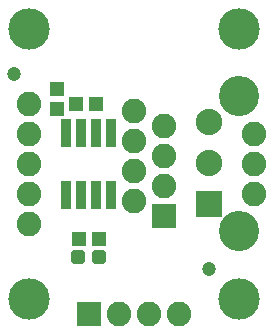
<source format=gbr>
G04 EAGLE Gerber RS-274X export*
G75*
%MOMM*%
%FSLAX34Y34*%
%LPD*%
%INSoldermask Top*%
%IPPOS*%
%AMOC8*
5,1,8,0,0,1.08239X$1,22.5*%
G01*
%ADD10R,0.812800X2.413000*%
%ADD11C,2.082800*%
%ADD12R,2.082800X2.082800*%
%ADD13C,3.403200*%
%ADD14R,2.235200X2.235200*%
%ADD15C,2.235200*%
%ADD16R,1.303200X1.203200*%
%ADD17C,0.505344*%
%ADD18R,1.203200X1.303200*%
%ADD19C,3.505200*%
%ADD20C,1.203200*%


D10*
X57150Y113538D03*
X69850Y113538D03*
X82550Y113538D03*
X95250Y113538D03*
X95250Y165862D03*
X82550Y165862D03*
X69850Y165862D03*
X57150Y165862D03*
D11*
X114300Y184150D03*
X139700Y171450D03*
X114300Y158750D03*
X114300Y133350D03*
X114300Y107950D03*
X139700Y146050D03*
X139700Y120650D03*
D12*
X139700Y95250D03*
D13*
X203200Y82550D03*
X203200Y196850D03*
D11*
X215900Y114300D03*
X215900Y139700D03*
X215900Y165100D03*
D14*
X177800Y105410D03*
D15*
X177800Y140410D03*
X177800Y175410D03*
D16*
X67700Y76200D03*
X84700Y76200D03*
D17*
X81480Y64450D02*
X81480Y57470D01*
X81480Y64450D02*
X88460Y64450D01*
X88460Y57470D01*
X81480Y57470D01*
X81480Y62270D02*
X88460Y62270D01*
X63940Y64450D02*
X63940Y57470D01*
X63940Y64450D02*
X70920Y64450D01*
X70920Y57470D01*
X63940Y57470D01*
X63940Y62270D02*
X70920Y62270D01*
D18*
X49530Y185810D03*
X49530Y202810D03*
D19*
X25400Y254000D03*
X25400Y25400D03*
X203200Y254000D03*
X203200Y25400D03*
D16*
X82160Y190500D03*
X65160Y190500D03*
D11*
X25400Y190500D03*
X25400Y165100D03*
X25400Y139700D03*
X25400Y114300D03*
X25400Y88900D03*
D20*
X177800Y50800D03*
X12700Y215900D03*
D12*
X76200Y12700D03*
D11*
X101600Y12700D03*
X127000Y12700D03*
X152400Y12700D03*
M02*

</source>
